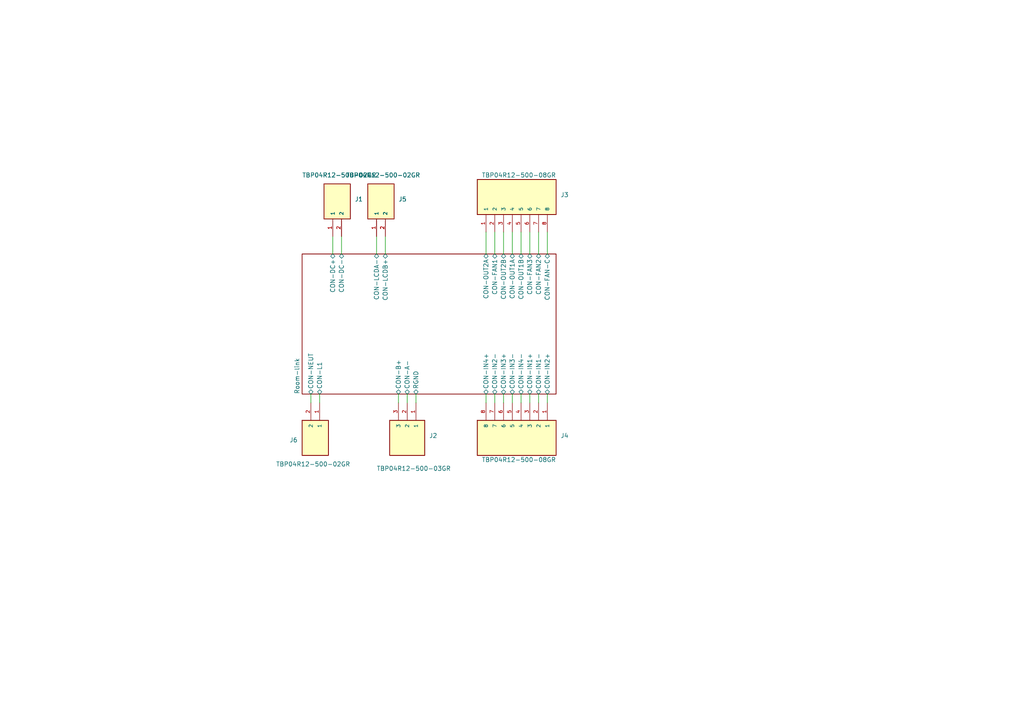
<source format=kicad_sch>
(kicad_sch (version 20230121) (generator eeschema)

  (uuid 0034b037-aa58-42aa-8abe-44cb9fb570ec)

  (paper "A4")

  (lib_symbols
    (symbol "TBP04R12-500-02GR:TBP04R12-500-02GR" (pin_names (offset 1.016)) (in_bom yes) (on_board yes)
      (property "Reference" "J" (at -5.08 5.08 0)
        (effects (font (size 1.27 1.27)) (justify left bottom))
      )
      (property "Value" "TBP04R12-500-02GR" (at -5.08 -7.62 0)
        (effects (font (size 1.27 1.27)) (justify left bottom))
      )
      (property "Footprint" "CUI_TBP04R12-500-02GR" (at 0 0 0)
        (effects (font (size 1.27 1.27)) (justify left bottom) hide)
      )
      (property "Datasheet" "" (at 0 0 0)
        (effects (font (size 1.27 1.27)) (justify left bottom) hide)
      )
      (property "PARTREV" "1.0" (at 0 0 0)
        (effects (font (size 1.27 1.27)) (justify left bottom) hide)
      )
      (property "STANDARD" "Manufacturer Recommendations" (at 0 0 0)
        (effects (font (size 1.27 1.27)) (justify left bottom) hide)
      )
      (property "MAXIMUM_PACKAGE_HEIGHT" "8.50mm" (at 0 0 0)
        (effects (font (size 1.27 1.27)) (justify left bottom) hide)
      )
      (property "MANUFACTURER" "CUI Devices" (at 0 0 0)
        (effects (font (size 1.27 1.27)) (justify left bottom) hide)
      )
      (property "ki_locked" "" (at 0 0 0)
        (effects (font (size 1.27 1.27)))
      )
      (symbol "TBP04R12-500-02GR_0_0"
        (rectangle (start -5.08 -5.08) (end 5.08 2.54)
          (stroke (width 0.254) (type solid))
          (fill (type background))
        )
        (pin passive line (at -10.16 0 0) (length 5.08)
          (name "1" (effects (font (size 1.016 1.016))))
          (number "1" (effects (font (size 1.016 1.016))))
        )
        (pin passive line (at -10.16 -2.54 0) (length 5.08)
          (name "2" (effects (font (size 1.016 1.016))))
          (number "2" (effects (font (size 1.016 1.016))))
        )
      )
    )
    (symbol "TBP04R12-500-03GR:TBP04R12-500-03GR" (pin_names (offset 1.016)) (in_bom yes) (on_board yes)
      (property "Reference" "J" (at -5.08 7.62 0)
        (effects (font (size 1.27 1.27)) (justify left bottom))
      )
      (property "Value" "TBP04R12-500-03GR" (at -5.08 -7.62 0)
        (effects (font (size 1.27 1.27)) (justify left bottom))
      )
      (property "Footprint" "CUI_TBP04R12-500-03GR" (at 0 0 0)
        (effects (font (size 1.27 1.27)) (justify left bottom) hide)
      )
      (property "Datasheet" "" (at 0 0 0)
        (effects (font (size 1.27 1.27)) (justify left bottom) hide)
      )
      (property "PARTREV" "1.0" (at 0 0 0)
        (effects (font (size 1.27 1.27)) (justify left bottom) hide)
      )
      (property "STANDARD" "Manufacturer Recommendations" (at 0 0 0)
        (effects (font (size 1.27 1.27)) (justify left bottom) hide)
      )
      (property "MAXIMUM_PACKAGE_HEIGHT" "8.50mm" (at 0 0 0)
        (effects (font (size 1.27 1.27)) (justify left bottom) hide)
      )
      (property "MANUFACTURER" "CUI Devices" (at 0 0 0)
        (effects (font (size 1.27 1.27)) (justify left bottom) hide)
      )
      (property "ki_locked" "" (at 0 0 0)
        (effects (font (size 1.27 1.27)))
      )
      (symbol "TBP04R12-500-03GR_0_0"
        (rectangle (start -5.08 -5.08) (end 5.08 5.08)
          (stroke (width 0.254) (type solid))
          (fill (type background))
        )
        (pin passive line (at -10.16 2.54 0) (length 5.08)
          (name "1" (effects (font (size 1.016 1.016))))
          (number "1" (effects (font (size 1.016 1.016))))
        )
        (pin passive line (at -10.16 0 0) (length 5.08)
          (name "2" (effects (font (size 1.016 1.016))))
          (number "2" (effects (font (size 1.016 1.016))))
        )
        (pin passive line (at -10.16 -2.54 0) (length 5.08)
          (name "3" (effects (font (size 1.016 1.016))))
          (number "3" (effects (font (size 1.016 1.016))))
        )
      )
    )
    (symbol "TBP04R12-500-08GR:TBP04R12-500-08GR" (pin_names (offset 1.016)) (in_bom yes) (on_board yes)
      (property "Reference" "J" (at -5.08 12.7 0)
        (effects (font (size 1.27 1.27)) (justify left bottom))
      )
      (property "Value" "TBP04R12-500-08GR" (at -5.08 -15.24 0)
        (effects (font (size 1.27 1.27)) (justify left bottom))
      )
      (property "Footprint" "CUI_TBP04R12-500-08GR" (at 0 0 0)
        (effects (font (size 1.27 1.27)) (justify left bottom) hide)
      )
      (property "Datasheet" "" (at 0 0 0)
        (effects (font (size 1.27 1.27)) (justify left bottom) hide)
      )
      (property "PARTREV" "1.0" (at 0 0 0)
        (effects (font (size 1.27 1.27)) (justify left bottom) hide)
      )
      (property "STANDARD" "Manufacturer Recommendations" (at 0 0 0)
        (effects (font (size 1.27 1.27)) (justify left bottom) hide)
      )
      (property "MAXIMUM_PACKAGE_HEIGHT" "8.50mm" (at 0 0 0)
        (effects (font (size 1.27 1.27)) (justify left bottom) hide)
      )
      (property "MANUFACTURER" "CUI Devices" (at 0 0 0)
        (effects (font (size 1.27 1.27)) (justify left bottom) hide)
      )
      (property "ki_locked" "" (at 0 0 0)
        (effects (font (size 1.27 1.27)))
      )
      (symbol "TBP04R12-500-08GR_0_0"
        (rectangle (start -5.08 -12.7) (end 5.08 10.16)
          (stroke (width 0.254) (type solid))
          (fill (type background))
        )
        (pin passive line (at -10.16 7.62 0) (length 5.08)
          (name "1" (effects (font (size 1.016 1.016))))
          (number "1" (effects (font (size 1.016 1.016))))
        )
        (pin passive line (at -10.16 5.08 0) (length 5.08)
          (name "2" (effects (font (size 1.016 1.016))))
          (number "2" (effects (font (size 1.016 1.016))))
        )
        (pin passive line (at -10.16 2.54 0) (length 5.08)
          (name "3" (effects (font (size 1.016 1.016))))
          (number "3" (effects (font (size 1.016 1.016))))
        )
        (pin passive line (at -10.16 0 0) (length 5.08)
          (name "4" (effects (font (size 1.016 1.016))))
          (number "4" (effects (font (size 1.016 1.016))))
        )
        (pin passive line (at -10.16 -2.54 0) (length 5.08)
          (name "5" (effects (font (size 1.016 1.016))))
          (number "5" (effects (font (size 1.016 1.016))))
        )
        (pin passive line (at -10.16 -5.08 0) (length 5.08)
          (name "6" (effects (font (size 1.016 1.016))))
          (number "6" (effects (font (size 1.016 1.016))))
        )
        (pin passive line (at -10.16 -7.62 0) (length 5.08)
          (name "7" (effects (font (size 1.016 1.016))))
          (number "7" (effects (font (size 1.016 1.016))))
        )
        (pin passive line (at -10.16 -10.16 0) (length 5.08)
          (name "8" (effects (font (size 1.016 1.016))))
          (number "8" (effects (font (size 1.016 1.016))))
        )
      )
    )
  )


  (wire (pts (xy 90.17 114.3) (xy 90.17 116.84))
    (stroke (width 0) (type default))
    (uuid 06e1c6cc-0685-42f3-bf10-3c781be0717a)
  )
  (wire (pts (xy 158.75 67.31) (xy 158.75 73.66))
    (stroke (width 0) (type default))
    (uuid 19772d2d-fb8a-4339-8e33-8d96c87c29dc)
  )
  (wire (pts (xy 153.67 67.31) (xy 153.67 73.66))
    (stroke (width 0) (type default))
    (uuid 1e0a417a-f7fe-48f6-b74f-a449267d84dc)
  )
  (wire (pts (xy 92.71 114.3) (xy 92.71 116.84))
    (stroke (width 0) (type default))
    (uuid 240d66ed-01aa-4bc1-9a7b-e635555d3bce)
  )
  (wire (pts (xy 140.97 114.3) (xy 140.97 116.84))
    (stroke (width 0) (type default))
    (uuid 250891ed-90c2-4f46-b178-56b40a7acc8f)
  )
  (wire (pts (xy 96.52 68.58) (xy 96.52 73.66))
    (stroke (width 0) (type default))
    (uuid 29115b19-08a0-4ebf-8995-585ffe55fd60)
  )
  (wire (pts (xy 146.05 114.3) (xy 146.05 116.84))
    (stroke (width 0) (type default))
    (uuid 2f0de38f-2254-488b-bca4-006b611fe003)
  )
  (wire (pts (xy 111.76 68.58) (xy 111.76 73.66))
    (stroke (width 0) (type default))
    (uuid 4142b282-1a87-4cd8-95a1-5c4a5a861e55)
  )
  (wire (pts (xy 153.67 114.3) (xy 153.67 116.84))
    (stroke (width 0) (type default))
    (uuid 4d777b20-89c8-49b8-813b-e1ffd23bf46e)
  )
  (wire (pts (xy 143.51 114.3) (xy 143.51 116.84))
    (stroke (width 0) (type default))
    (uuid 4e4a5b07-ddda-4620-be01-e64789e13eee)
  )
  (wire (pts (xy 148.59 67.31) (xy 148.59 73.66))
    (stroke (width 0) (type default))
    (uuid 5bcc3dc9-0ead-4a11-9209-885fc7b347c2)
  )
  (wire (pts (xy 146.05 67.31) (xy 146.05 73.66))
    (stroke (width 0) (type default))
    (uuid 628c4c80-e022-4cda-a681-7332f87ff2be)
  )
  (wire (pts (xy 156.21 67.31) (xy 156.21 73.66))
    (stroke (width 0) (type default))
    (uuid 6cf4d1ba-cfcd-4e01-803b-3fd5a3f7e7af)
  )
  (wire (pts (xy 109.22 68.58) (xy 109.22 73.66))
    (stroke (width 0) (type default))
    (uuid 70a259de-27de-4d9a-876d-b21756ce9421)
  )
  (wire (pts (xy 143.51 67.31) (xy 143.51 73.66))
    (stroke (width 0) (type default))
    (uuid 7a40f0c3-3d34-4218-a1e6-70b96cad8ef3)
  )
  (wire (pts (xy 120.65 114.3) (xy 120.65 116.84))
    (stroke (width 0) (type default))
    (uuid 8ff16729-cdf6-45dd-a4ea-3c8d52aa83e4)
  )
  (wire (pts (xy 99.06 68.58) (xy 99.06 73.66))
    (stroke (width 0) (type default))
    (uuid 915d464d-e3fa-4daf-bf7e-54060ba1df43)
  )
  (wire (pts (xy 148.59 114.3) (xy 148.59 116.84))
    (stroke (width 0) (type default))
    (uuid a10fbfae-32a6-4a35-8897-ac60ad8cbce2)
  )
  (wire (pts (xy 151.13 67.31) (xy 151.13 73.66))
    (stroke (width 0) (type default))
    (uuid ac49bb4a-f96b-4f58-93ce-04d42f4ecb38)
  )
  (wire (pts (xy 156.21 114.3) (xy 156.21 116.84))
    (stroke (width 0) (type default))
    (uuid b0624c71-76db-40ae-8755-b5253b2b93cd)
  )
  (wire (pts (xy 151.13 114.3) (xy 151.13 116.84))
    (stroke (width 0) (type default))
    (uuid b1f2376f-80e8-4e8d-9d33-6d1811f1362f)
  )
  (wire (pts (xy 115.57 114.3) (xy 115.57 116.84))
    (stroke (width 0) (type default))
    (uuid b4045bda-ddce-46a9-b8a4-ee495e98f4af)
  )
  (wire (pts (xy 158.75 114.3) (xy 158.75 116.84))
    (stroke (width 0) (type default))
    (uuid c2b32b55-2c41-4013-8dbc-3bfbf0bd1cce)
  )
  (wire (pts (xy 118.11 114.3) (xy 118.11 116.84))
    (stroke (width 0) (type default))
    (uuid f0204b38-755b-47ab-bf58-ab87de218a33)
  )
  (wire (pts (xy 140.97 67.31) (xy 140.97 73.66))
    (stroke (width 0) (type default))
    (uuid f0e7bf51-f8bd-48c1-8f4d-cb346fec2293)
  )

  (symbol (lib_id "TBP04R12-500-02GR:TBP04R12-500-02GR") (at 92.71 127 270) (unit 1)
    (in_bom yes) (on_board yes) (dnp no)
    (uuid 875734d3-f6ca-416b-8240-18168cc4f4ab)
    (property "Reference" "J6" (at 86.36 127.635 90)
      (effects (font (size 1.27 1.27)) (justify right))
    )
    (property "Value" "TBP04R12-500-02GR" (at 101.6 134.62 90)
      (effects (font (size 1.27 1.27)) (justify right))
    )
    (property "Footprint" "CUI_TBP04R12-500-02GR" (at 92.71 127 0)
      (effects (font (size 1.27 1.27)) (justify left bottom) hide)
    )
    (property "Datasheet" "" (at 92.71 127 0)
      (effects (font (size 1.27 1.27)) (justify left bottom) hide)
    )
    (property "PARTREV" "1.0" (at 92.71 127 0)
      (effects (font (size 1.27 1.27)) (justify left bottom) hide)
    )
    (property "STANDARD" "Manufacturer Recommendations" (at 92.71 127 0)
      (effects (font (size 1.27 1.27)) (justify left bottom) hide)
    )
    (property "MAXIMUM_PACKAGE_HEIGHT" "8.50mm" (at 92.71 127 0)
      (effects (font (size 1.27 1.27)) (justify left bottom) hide)
    )
    (property "MANUFACTURER" "CUI Devices" (at 92.71 127 0)
      (effects (font (size 1.27 1.27)) (justify left bottom) hide)
    )
    (pin "1" (uuid 9f20c300-4025-4dfd-be9e-2d66a91856cb))
    (pin "2" (uuid 80307ef7-4d79-4ea4-a511-180c195e7b00))
    (instances
      (project "Proyecto de electiva"
        (path "/0034b037-aa58-42aa-8abe-44cb9fb570ec"
          (reference "J6") (unit 1)
        )
      )
    )
  )

  (symbol (lib_id "TBP04R12-500-03GR:TBP04R12-500-03GR") (at 118.11 127 270) (unit 1)
    (in_bom yes) (on_board yes) (dnp no)
    (uuid 9cca4630-7fff-4e80-b21a-505ed95445b9)
    (property "Reference" "J2" (at 124.46 126.365 90)
      (effects (font (size 1.27 1.27)) (justify left))
    )
    (property "Value" "TBP04R12-500-03GR" (at 109.22 135.89 90)
      (effects (font (size 1.27 1.27)) (justify left))
    )
    (property "Footprint" "CUI_TBP04R12-500-03GR" (at 118.11 127 0)
      (effects (font (size 1.27 1.27)) (justify left bottom) hide)
    )
    (property "Datasheet" "" (at 118.11 127 0)
      (effects (font (size 1.27 1.27)) (justify left bottom) hide)
    )
    (property "PARTREV" "1.0" (at 118.11 127 0)
      (effects (font (size 1.27 1.27)) (justify left bottom) hide)
    )
    (property "STANDARD" "Manufacturer Recommendations" (at 118.11 127 0)
      (effects (font (size 1.27 1.27)) (justify left bottom) hide)
    )
    (property "MAXIMUM_PACKAGE_HEIGHT" "8.50mm" (at 118.11 127 0)
      (effects (font (size 1.27 1.27)) (justify left bottom) hide)
    )
    (property "MANUFACTURER" "CUI Devices" (at 118.11 127 0)
      (effects (font (size 1.27 1.27)) (justify left bottom) hide)
    )
    (pin "1" (uuid b4c95b5b-5ee3-4772-a1fa-6aaa684a7c0e))
    (pin "2" (uuid a8fd69ce-50a4-4379-a82d-33344dd12dca))
    (pin "3" (uuid d2dc6724-6172-4ef5-a285-c324cab657d4))
    (instances
      (project "Proyecto de electiva"
        (path "/0034b037-aa58-42aa-8abe-44cb9fb570ec"
          (reference "J2") (unit 1)
        )
      )
    )
  )

  (symbol (lib_id "TBP04R12-500-08GR:TBP04R12-500-08GR") (at 148.59 57.15 90) (unit 1)
    (in_bom yes) (on_board yes) (dnp no)
    (uuid 9eaa3da2-7f97-4781-bfe2-72c0d8a6fd82)
    (property "Reference" "J3" (at 162.56 56.515 90)
      (effects (font (size 1.27 1.27)) (justify right))
    )
    (property "Value" "TBP04R12-500-08GR" (at 139.7 50.8 90)
      (effects (font (size 1.27 1.27)) (justify right))
    )
    (property "Footprint" "CUI_TBP04R12-500-08GR" (at 148.59 57.15 0)
      (effects (font (size 1.27 1.27)) (justify left bottom) hide)
    )
    (property "Datasheet" "" (at 148.59 57.15 0)
      (effects (font (size 1.27 1.27)) (justify left bottom) hide)
    )
    (property "PARTREV" "1.0" (at 148.59 57.15 0)
      (effects (font (size 1.27 1.27)) (justify left bottom) hide)
    )
    (property "STANDARD" "Manufacturer Recommendations" (at 148.59 57.15 0)
      (effects (font (size 1.27 1.27)) (justify left bottom) hide)
    )
    (property "MAXIMUM_PACKAGE_HEIGHT" "8.50mm" (at 148.59 57.15 0)
      (effects (font (size 1.27 1.27)) (justify left bottom) hide)
    )
    (property "MANUFACTURER" "CUI Devices" (at 148.59 57.15 0)
      (effects (font (size 1.27 1.27)) (justify left bottom) hide)
    )
    (pin "1" (uuid 0c655766-b168-4844-8c50-734be8ebf9bf))
    (pin "2" (uuid da116a1b-d020-450b-8a5e-359523563a3f))
    (pin "3" (uuid b478a542-5b51-43a4-96cc-6f33379f2cad))
    (pin "4" (uuid 93128f89-6054-41e2-a41a-eb8af7becacf))
    (pin "5" (uuid f6ed6e69-0798-4007-851e-34c139cd5784))
    (pin "6" (uuid 46617b09-87bf-412e-9d68-d6433e72afa3))
    (pin "7" (uuid e3db1b49-193a-4f66-a515-7dfc3b6902c2))
    (pin "8" (uuid a7e71d9a-adc5-4163-919f-01cd82436454))
    (instances
      (project "Proyecto de electiva"
        (path "/0034b037-aa58-42aa-8abe-44cb9fb570ec"
          (reference "J3") (unit 1)
        )
      )
    )
  )

  (symbol (lib_id "TBP04R12-500-02GR:TBP04R12-500-02GR") (at 109.22 58.42 90) (unit 1)
    (in_bom yes) (on_board yes) (dnp no)
    (uuid d73fbfa7-8842-4c67-b13e-dd5ff8c89257)
    (property "Reference" "J5" (at 115.57 57.785 90)
      (effects (font (size 1.27 1.27)) (justify right))
    )
    (property "Value" "TBP04R12-500-02GR" (at 100.33 50.8 90)
      (effects (font (size 1.27 1.27)) (justify right))
    )
    (property "Footprint" "CUI_TBP04R12-500-02GR" (at 109.22 58.42 0)
      (effects (font (size 1.27 1.27)) (justify left bottom) hide)
    )
    (property "Datasheet" "" (at 109.22 58.42 0)
      (effects (font (size 1.27 1.27)) (justify left bottom) hide)
    )
    (property "PARTREV" "1.0" (at 109.22 58.42 0)
      (effects (font (size 1.27 1.27)) (justify left bottom) hide)
    )
    (property "STANDARD" "Manufacturer Recommendations" (at 109.22 58.42 0)
      (effects (font (size 1.27 1.27)) (justify left bottom) hide)
    )
    (property "MAXIMUM_PACKAGE_HEIGHT" "8.50mm" (at 109.22 58.42 0)
      (effects (font (size 1.27 1.27)) (justify left bottom) hide)
    )
    (property "MANUFACTURER" "CUI Devices" (at 109.22 58.42 0)
      (effects (font (size 1.27 1.27)) (justify left bottom) hide)
    )
    (pin "1" (uuid e2042bec-01fd-4db2-bc08-39928c27c040))
    (pin "2" (uuid 8ee624b7-0590-49c6-9464-b587a2b025d0))
    (instances
      (project "Proyecto de electiva"
        (path "/0034b037-aa58-42aa-8abe-44cb9fb570ec"
          (reference "J5") (unit 1)
        )
      )
    )
  )

  (symbol (lib_id "TBP04R12-500-02GR:TBP04R12-500-02GR") (at 96.52 58.42 90) (unit 1)
    (in_bom yes) (on_board yes) (dnp no)
    (uuid e875edc5-9846-4b30-a5c1-4036c7df354b)
    (property "Reference" "J1" (at 102.87 57.785 90)
      (effects (font (size 1.27 1.27)) (justify right))
    )
    (property "Value" "TBP04R12-500-02GR" (at 87.63 50.8 90)
      (effects (font (size 1.27 1.27)) (justify right))
    )
    (property "Footprint" "CUI_TBP04R12-500-02GR" (at 96.52 58.42 0)
      (effects (font (size 1.27 1.27)) (justify left bottom) hide)
    )
    (property "Datasheet" "" (at 96.52 58.42 0)
      (effects (font (size 1.27 1.27)) (justify left bottom) hide)
    )
    (property "PARTREV" "1.0" (at 96.52 58.42 0)
      (effects (font (size 1.27 1.27)) (justify left bottom) hide)
    )
    (property "STANDARD" "Manufacturer Recommendations" (at 96.52 58.42 0)
      (effects (font (size 1.27 1.27)) (justify left bottom) hide)
    )
    (property "MAXIMUM_PACKAGE_HEIGHT" "8.50mm" (at 96.52 58.42 0)
      (effects (font (size 1.27 1.27)) (justify left bottom) hide)
    )
    (property "MANUFACTURER" "CUI Devices" (at 96.52 58.42 0)
      (effects (font (size 1.27 1.27)) (justify left bottom) hide)
    )
    (pin "1" (uuid 0ec13fc6-1e15-4b53-826a-5fde2dc47941))
    (pin "2" (uuid cfac2cec-e8e6-4310-b15c-4e57d9691279))
    (instances
      (project "Proyecto de electiva"
        (path "/0034b037-aa58-42aa-8abe-44cb9fb570ec"
          (reference "J1") (unit 1)
        )
      )
    )
  )

  (symbol (lib_id "TBP04R12-500-08GR:TBP04R12-500-08GR") (at 151.13 127 270) (unit 1)
    (in_bom yes) (on_board yes) (dnp no)
    (uuid ed9177d0-05e2-46cb-9512-3bc404657e54)
    (property "Reference" "J4" (at 162.56 126.365 90)
      (effects (font (size 1.27 1.27)) (justify left))
    )
    (property "Value" "TBP04R12-500-08GR" (at 139.7 133.35 90)
      (effects (font (size 1.27 1.27)) (justify left))
    )
    (property "Footprint" "CUI_TBP04R12-500-08GR" (at 151.13 127 0)
      (effects (font (size 1.27 1.27)) (justify left bottom) hide)
    )
    (property "Datasheet" "" (at 151.13 127 0)
      (effects (font (size 1.27 1.27)) (justify left bottom) hide)
    )
    (property "PARTREV" "1.0" (at 151.13 127 0)
      (effects (font (size 1.27 1.27)) (justify left bottom) hide)
    )
    (property "STANDARD" "Manufacturer Recommendations" (at 151.13 127 0)
      (effects (font (size 1.27 1.27)) (justify left bottom) hide)
    )
    (property "MAXIMUM_PACKAGE_HEIGHT" "8.50mm" (at 151.13 127 0)
      (effects (font (size 1.27 1.27)) (justify left bottom) hide)
    )
    (property "MANUFACTURER" "CUI Devices" (at 151.13 127 0)
      (effects (font (size 1.27 1.27)) (justify left bottom) hide)
    )
    (pin "1" (uuid 92e68d10-d782-4eb0-b9b0-611a9c38cb27))
    (pin "2" (uuid 1b2043bf-b33f-4a19-a122-fc114e20fcb0))
    (pin "3" (uuid 8954718a-29c0-4908-802a-a8450c66c799))
    (pin "4" (uuid becbbba8-b836-4581-ac5c-cd7e036ec0a6))
    (pin "5" (uuid 40869bdf-aede-48e8-94a2-d8df8b8e3e59))
    (pin "6" (uuid 4a63f3a5-f4e9-4a8e-a687-f54dfe392a8f))
    (pin "7" (uuid ba527a70-09d0-4396-9a50-1a0c50fd8edd))
    (pin "8" (uuid 77d3630f-8beb-4b9a-bbe8-23dbe9428566))
    (instances
      (project "Proyecto de electiva"
        (path "/0034b037-aa58-42aa-8abe-44cb9fb570ec"
          (reference "J4") (unit 1)
        )
      )
    )
  )

  (sheet (at 87.63 73.66) (size 73.66 40.64)
    (stroke (width 0.1524) (type solid))
    (fill (color 0 0 0 0.0000))
    (uuid d994e100-acff-4def-b1d5-32fbfa95ec33)
    (property "Sheetname" "Room-link" (at 86.9184 114.3 90)
      (effects (font (size 1.27 1.27)) (justify left bottom))
    )
    (property "Sheetfile" "untitled.kicad_sch" (at 224.1046 114.3 90)
      (effects (font (size 1.27 1.27)) (justify left top) hide)
    )
    (pin "CON-DC+" bidirectional (at 96.52 73.66 90)
      (effects (font (size 1.27 1.27)) (justify right))
      (uuid 787667aa-1a6a-4167-ab36-40969bf866eb)
    )
    (pin "CON-DC-" bidirectional (at 99.06 73.66 90)
      (effects (font (size 1.27 1.27)) (justify right))
      (uuid bf172616-169a-4ed4-a5ab-3defb16f197f)
    )
    (pin "CON-LCDA-" bidirectional (at 109.22 73.66 90)
      (effects (font (size 1.27 1.27)) (justify right))
      (uuid cae6f060-3118-44f5-b9eb-17feb3194804)
    )
    (pin "CON-LCDB+" bidirectional (at 111.76 73.66 90)
      (effects (font (size 1.27 1.27)) (justify right))
      (uuid 0cc8cad0-8527-4979-8d1a-eb3d1f802bd0)
    )
    (pin "CON-B+" bidirectional (at 115.57 114.3 270)
      (effects (font (size 1.27 1.27)) (justify left))
      (uuid b02475a9-051e-474d-b93b-c3b2c1a25354)
    )
    (pin "CON-A-" bidirectional (at 118.11 114.3 270)
      (effects (font (size 1.27 1.27)) (justify left))
      (uuid 3b7a8865-4380-4df4-9cef-d4f5bdc37b27)
    )
    (pin "RGND" bidirectional (at 120.65 114.3 270)
      (effects (font (size 1.27 1.27)) (justify left))
      (uuid 7633ea25-862d-462d-9f82-921b52cd92f1)
    )
    (pin "CON-IN4+" bidirectional (at 140.97 114.3 270)
      (effects (font (size 1.27 1.27)) (justify left))
      (uuid ae5cd465-f6d8-4ceb-b824-62be8b63a72f)
    )
    (pin "CON-IN2-" bidirectional (at 143.51 114.3 270)
      (effects (font (size 1.27 1.27)) (justify left))
      (uuid a9364466-30cb-49e2-835b-eba8ee1d977f)
    )
    (pin "CON-IN3+" bidirectional (at 146.05 114.3 270)
      (effects (font (size 1.27 1.27)) (justify left))
      (uuid 0fd58edc-cf8e-4f33-b18f-97f33e2aafb0)
    )
    (pin "CON-IN3-" bidirectional (at 148.59 114.3 270)
      (effects (font (size 1.27 1.27)) (justify left))
      (uuid 54570093-90cb-462c-8018-4d38e7b29f26)
    )
    (pin "CON-IN4-" bidirectional (at 151.13 114.3 270)
      (effects (font (size 1.27 1.27)) (justify left))
      (uuid 2f5f3700-2645-4714-86c4-605d5b315d5f)
    )
    (pin "CON-IN1+" bidirectional (at 153.67 114.3 270)
      (effects (font (size 1.27 1.27)) (justify left))
      (uuid ceeb3227-a647-4d73-8daf-15aae8646f1e)
    )
    (pin "CON-IN1-" bidirectional (at 156.21 114.3 270)
      (effects (font (size 1.27 1.27)) (justify left))
      (uuid c5b92ff8-2f90-42d6-9cef-d9639815e999)
    )
    (pin "CON-IN2+" bidirectional (at 158.75 114.3 270)
      (effects (font (size 1.27 1.27)) (justify left))
      (uuid 550a973e-f3c9-4d4b-9290-0831ff699f31)
    )
    (pin "CON-OUT2A" bidirectional (at 140.97 73.66 90)
      (effects (font (size 1.27 1.27)) (justify right))
      (uuid d7139f42-d8d6-44db-ac3c-4ec2e3272f3f)
    )
    (pin "CON-FAN1" bidirectional (at 143.51 73.66 90)
      (effects (font (size 1.27 1.27)) (justify right))
      (uuid 2199fd7d-390f-4665-9ba7-6807fc206242)
    )
    (pin "CON-OUT2B" bidirectional (at 146.05 73.66 90)
      (effects (font (size 1.27 1.27)) (justify right))
      (uuid 954da40b-8d76-4de3-9653-b2408d416501)
    )
    (pin "CON-OUT1A" bidirectional (at 148.59 73.66 90)
      (effects (font (size 1.27 1.27)) (justify right))
      (uuid fa0e86ab-d240-4f1e-8124-1246140a32f1)
    )
    (pin "CON-OUT1B" bidirectional (at 151.13 73.66 90)
      (effects (font (size 1.27 1.27)) (justify right))
      (uuid 7001c6b9-eab7-4300-9b6f-5fb4e1d88f44)
    )
    (pin "CON-FAN3" bidirectional (at 153.67 73.66 90)
      (effects (font (size 1.27 1.27)) (justify right))
      (uuid 1a67d6e7-e1e1-4e17-b7b3-ee08407cdf7f)
    )
    (pin "CON-FAN2" bidirectional (at 156.21 73.66 90)
      (effects (font (size 1.27 1.27)) (justify right))
      (uuid ae5a65dc-3695-4635-8b1e-70d6fe10f1a0)
    )
    (pin "CON-FAN-C" bidirectional (at 158.75 73.66 90)
      (effects (font (size 1.27 1.27)) (justify right))
      (uuid d56c3c33-8e86-47d8-9a65-0d530d5f990e)
    )
    (pin "CON-NEUT" bidirectional (at 90.17 114.3 270)
      (effects (font (size 1.27 1.27)) (justify left))
      (uuid e345eb59-1ebe-4802-a759-eb4dddf0f130)
    )
    (pin "CON-L1" bidirectional (at 92.71 114.3 270)
      (effects (font (size 1.27 1.27)) (justify left))
      (uuid 0bf5cc99-de5f-49ea-a8e2-88ee2baaac1f)
    )
    (instances
      (project "Proyecto de electiva"
        (path "/0034b037-aa58-42aa-8abe-44cb9fb570ec" (page "2"))
      )
    )
  )

  (sheet_instances
    (path "/" (page "1"))
  )
)

</source>
